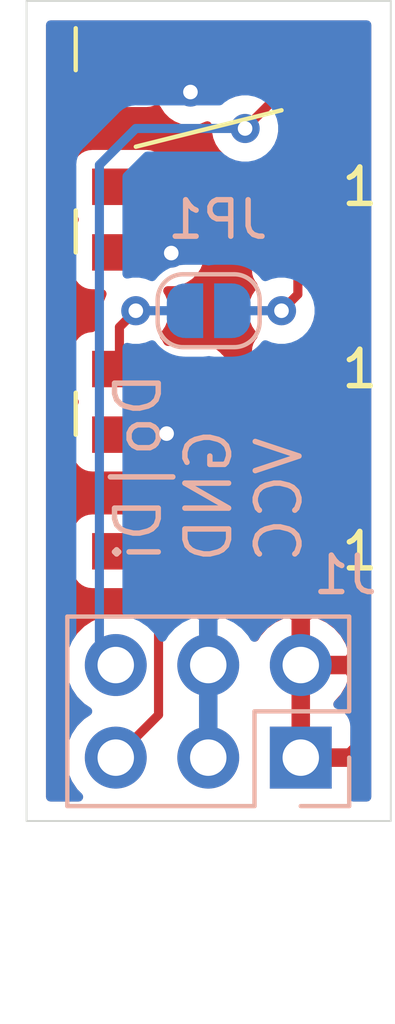
<source format=kicad_pcb>
(kicad_pcb (version 20171130) (host pcbnew 5.1.10-88a1d61d58~90~ubuntu21.04.1)

  (general
    (thickness 1.6)
    (drawings 27)
    (tracks 34)
    (zones 0)
    (modules 5)
    (nets 7)
  )

  (page A4)
  (layers
    (0 F.Cu signal)
    (31 B.Cu signal)
    (32 B.Adhes user hide)
    (33 F.Adhes user hide)
    (34 B.Paste user hide)
    (35 F.Paste user hide)
    (36 B.SilkS user hide)
    (37 F.SilkS user)
    (38 B.Mask user hide)
    (39 F.Mask user hide)
    (40 Dwgs.User user hide)
    (41 Cmts.User user hide)
    (42 Eco1.User user hide)
    (43 Eco2.User user hide)
    (44 Edge.Cuts user)
    (45 Margin user hide)
    (46 B.CrtYd user)
    (47 F.CrtYd user hide)
    (48 B.Fab user)
    (49 F.Fab user hide)
  )

  (setup
    (last_trace_width 0.25)
    (trace_clearance 0.2)
    (zone_clearance 0.508)
    (zone_45_only no)
    (trace_min 0.2)
    (via_size 0.8)
    (via_drill 0.4)
    (via_min_size 0.4)
    (via_min_drill 0.3)
    (uvia_size 0.3)
    (uvia_drill 0.1)
    (uvias_allowed no)
    (uvia_min_size 0.2)
    (uvia_min_drill 0.1)
    (edge_width 0.05)
    (segment_width 0.2)
    (pcb_text_width 0.3)
    (pcb_text_size 1.5 1.5)
    (mod_edge_width 0.12)
    (mod_text_size 1 1)
    (mod_text_width 0.15)
    (pad_size 1.524 1.524)
    (pad_drill 0.762)
    (pad_to_mask_clearance 0)
    (aux_axis_origin 0 0)
    (visible_elements FFFFFF7F)
    (pcbplotparams
      (layerselection 0x010fc_ffffffff)
      (usegerberextensions false)
      (usegerberattributes true)
      (usegerberadvancedattributes true)
      (creategerberjobfile true)
      (excludeedgelayer true)
      (linewidth 0.100000)
      (plotframeref false)
      (viasonmask false)
      (mode 1)
      (useauxorigin false)
      (hpglpennumber 1)
      (hpglpenspeed 20)
      (hpglpendiameter 15.000000)
      (psnegative false)
      (psa4output false)
      (plotreference true)
      (plotvalue true)
      (plotinvisibletext false)
      (padsonsilk false)
      (subtractmaskfromsilk false)
      (outputformat 1)
      (mirror false)
      (drillshape 1)
      (scaleselection 1)
      (outputdirectory ""))
  )

  (net 0 "")
  (net 1 VCC)
  (net 2 "Net-(D1-Pad2)")
  (net 3 /Din)
  (net 4 GND)
  (net 5 "Net-(D2-Pad2)")
  (net 6 /Dout)

  (net_class Default "This is the default net class."
    (clearance 0.2)
    (trace_width 0.25)
    (via_dia 0.8)
    (via_drill 0.4)
    (uvia_dia 0.3)
    (uvia_drill 0.1)
    (add_net /Din)
    (add_net /Dout)
    (add_net GND)
    (add_net "Net-(D1-Pad2)")
    (add_net "Net-(D2-Pad2)")
    (add_net VCC)
  )

  (module Jumper:SolderJumper-2_P1.3mm_Open_RoundedPad1.0x1.5mm (layer B.Cu) (tedit 5B391E66) (tstamp 61693296)
    (at 103 108)
    (descr "SMD Solder Jumper, 1x1.5mm, rounded Pads, 0.3mm gap, open")
    (tags "solder jumper open")
    (path /61693EE2)
    (attr virtual)
    (fp_text reference JP1 (at 0.25 -2.5) (layer B.SilkS)
      (effects (font (size 1 1) (thickness 0.15)) (justify mirror))
    )
    (fp_text value MiddleBypass (at 0 -1.9) (layer B.Fab)
      (effects (font (size 1 1) (thickness 0.15)) (justify mirror))
    )
    (fp_arc (start -0.7 0.3) (end -0.7 1) (angle 90) (layer B.SilkS) (width 0.12))
    (fp_arc (start -0.7 -0.3) (end -1.4 -0.3) (angle 90) (layer B.SilkS) (width 0.12))
    (fp_arc (start 0.7 -0.3) (end 0.7 -1) (angle 90) (layer B.SilkS) (width 0.12))
    (fp_arc (start 0.7 0.3) (end 1.4 0.3) (angle 90) (layer B.SilkS) (width 0.12))
    (fp_line (start -1.4 -0.3) (end -1.4 0.3) (layer B.SilkS) (width 0.12))
    (fp_line (start 0.7 -1) (end -0.7 -1) (layer B.SilkS) (width 0.12))
    (fp_line (start 1.4 0.3) (end 1.4 -0.3) (layer B.SilkS) (width 0.12))
    (fp_line (start -0.7 1) (end 0.7 1) (layer B.SilkS) (width 0.12))
    (fp_line (start -1.65 1.25) (end 1.65 1.25) (layer B.CrtYd) (width 0.05))
    (fp_line (start -1.65 1.25) (end -1.65 -1.25) (layer B.CrtYd) (width 0.05))
    (fp_line (start 1.65 -1.25) (end 1.65 1.25) (layer B.CrtYd) (width 0.05))
    (fp_line (start 1.65 -1.25) (end -1.65 -1.25) (layer B.CrtYd) (width 0.05))
    (pad 2 smd custom (at 0.65 0) (size 1 0.5) (layers B.Cu B.Mask)
      (net 5 "Net-(D2-Pad2)") (zone_connect 2)
      (options (clearance outline) (anchor rect))
      (primitives
        (gr_circle (center 0 -0.25) (end 0.5 -0.25) (width 0))
        (gr_circle (center 0 0.25) (end 0.5 0.25) (width 0))
        (gr_poly (pts
           (xy 0 0.75) (xy -0.5 0.75) (xy -0.5 -0.75) (xy 0 -0.75)) (width 0))
      ))
    (pad 1 smd custom (at -0.65 0) (size 1 0.5) (layers B.Cu B.Mask)
      (net 2 "Net-(D1-Pad2)") (zone_connect 2)
      (options (clearance outline) (anchor rect))
      (primitives
        (gr_circle (center 0 -0.25) (end 0.5 -0.25) (width 0))
        (gr_circle (center 0 0.25) (end 0.5 0.25) (width 0))
        (gr_poly (pts
           (xy 0 0.75) (xy 0.5 0.75) (xy 0.5 -0.75) (xy 0 -0.75)) (width 0))
      ))
  )

  (module IndicatorLeds:LED_WS2812B_PLCC4_5.0x5.0mm_P3.2mm (layer F.Cu) (tedit 6156C278) (tstamp 6156BFB9)
    (at 103 103 180)
    (descr https://cdn-shop.adafruit.com/datasheets/WS2812B.pdf)
    (tags "LED RGB NeoPixel")
    (path /6156CA4C)
    (attr smd)
    (fp_text reference D3 (at 0 -3.5) (layer F.SilkS) hide
      (effects (font (size 1 1) (thickness 0.15)))
    )
    (fp_text value WS2812B (at 0 4) (layer F.Fab)
      (effects (font (size 1 1) (thickness 0.15)))
    )
    (fp_circle (center 0 0) (end 0 -2) (layer F.Fab) (width 0.1))
    (fp_line (start 3.65 2.75) (end 3.65 1.6) (layer F.SilkS) (width 0.12))
    (fp_line (start 2.5 -2.5) (end -2.5 -2.5) (layer F.Fab) (width 0.1))
    (fp_line (start 2.5 2.5) (end 2.5 -2.5) (layer F.Fab) (width 0.1))
    (fp_line (start -2.5 2.5) (end 2.5 2.5) (layer F.Fab) (width 0.1))
    (fp_line (start -2.5 -2.5) (end -2.5 2.5) (layer F.Fab) (width 0.1))
    (fp_line (start 2.5 1.5) (end 1.5 2.5) (layer F.Fab) (width 0.1))
    (fp_line (start -3.45 -2.5) (end -3.45 2.5) (layer F.CrtYd) (width 0.05))
    (fp_line (start -3.45 2.5) (end 3.45 2.5) (layer F.CrtYd) (width 0.05))
    (fp_line (start 3.45 2.5) (end 3.45 -2.5) (layer F.CrtYd) (width 0.05))
    (fp_line (start 3.45 -2.5) (end -3.45 -2.5) (layer F.CrtYd) (width 0.05))
    (fp_text user 1 (at -4.15 -1.6) (layer F.SilkS)
      (effects (font (size 1 1) (thickness 0.15)))
    )
    (fp_text user %R (at 0 0) (layer F.Fab)
      (effects (font (size 0.8 0.8) (thickness 0.15)))
    )
    (pad 3 smd rect (at 2.45 1.6 180) (size 1.5 1) (layers F.Cu F.Paste F.Mask)
      (net 4 GND))
    (pad 4 smd rect (at 2.45 -1.6 180) (size 1.5 1) (layers F.Cu F.Paste F.Mask)
      (net 5 "Net-(D2-Pad2)"))
    (pad 2 smd rect (at -2.45 1.6 180) (size 1.5 1) (layers F.Cu F.Paste F.Mask)
      (net 6 /Dout))
    (pad 1 smd rect (at -2.45 -1.6 180) (size 1.5 1) (layers F.Cu F.Paste F.Mask)
      (net 1 VCC))
    (model ${KISYS3DMOD}/LED_SMD.3dshapes/LED_WS2812B_PLCC4_5.0x5.0mm_P3.2mm.wrl
      (at (xyz 0 0 0))
      (scale (xyz 1 1 1))
      (rotate (xyz 0 0 0))
    )
  )

  (module IndicatorLeds:LED_WS2812B_PLCC4_5.0x5.0mm_P3.2mm (layer F.Cu) (tedit 6156C278) (tstamp 6156BFA2)
    (at 103 108 180)
    (descr https://cdn-shop.adafruit.com/datasheets/WS2812B.pdf)
    (tags "LED RGB NeoPixel")
    (path /6156C522)
    (attr smd)
    (fp_text reference D2 (at 0 -3.5) (layer F.SilkS) hide
      (effects (font (size 1 1) (thickness 0.15)))
    )
    (fp_text value WS2812B (at 0 4) (layer F.Fab)
      (effects (font (size 1 1) (thickness 0.15)))
    )
    (fp_circle (center 0 0) (end 0 -2) (layer F.Fab) (width 0.1))
    (fp_line (start 3.65 2.75) (end 3.65 1.6) (layer F.SilkS) (width 0.12))
    (fp_line (start 2.5 -2.5) (end -2.5 -2.5) (layer F.Fab) (width 0.1))
    (fp_line (start 2.5 2.5) (end 2.5 -2.5) (layer F.Fab) (width 0.1))
    (fp_line (start -2.5 2.5) (end 2.5 2.5) (layer F.Fab) (width 0.1))
    (fp_line (start -2.5 -2.5) (end -2.5 2.5) (layer F.Fab) (width 0.1))
    (fp_line (start 2.5 1.5) (end 1.5 2.5) (layer F.Fab) (width 0.1))
    (fp_line (start -3.45 -2.5) (end -3.45 2.5) (layer F.CrtYd) (width 0.05))
    (fp_line (start -3.45 2.5) (end 3.45 2.5) (layer F.CrtYd) (width 0.05))
    (fp_line (start 3.45 2.5) (end 3.45 -2.5) (layer F.CrtYd) (width 0.05))
    (fp_line (start 3.45 -2.5) (end -3.45 -2.5) (layer F.CrtYd) (width 0.05))
    (fp_text user 1 (at -4.15 -1.6) (layer F.SilkS)
      (effects (font (size 1 1) (thickness 0.15)))
    )
    (fp_text user %R (at 0 0) (layer F.Fab)
      (effects (font (size 0.8 0.8) (thickness 0.15)))
    )
    (pad 3 smd rect (at 2.45 1.6 180) (size 1.5 1) (layers F.Cu F.Paste F.Mask)
      (net 4 GND))
    (pad 4 smd rect (at 2.45 -1.6 180) (size 1.5 1) (layers F.Cu F.Paste F.Mask)
      (net 2 "Net-(D1-Pad2)"))
    (pad 2 smd rect (at -2.45 1.6 180) (size 1.5 1) (layers F.Cu F.Paste F.Mask)
      (net 5 "Net-(D2-Pad2)"))
    (pad 1 smd rect (at -2.45 -1.6 180) (size 1.5 1) (layers F.Cu F.Paste F.Mask)
      (net 1 VCC))
    (model ${KISYS3DMOD}/LED_SMD.3dshapes/LED_WS2812B_PLCC4_5.0x5.0mm_P3.2mm.wrl
      (at (xyz 0 0 0))
      (scale (xyz 1 1 1))
      (rotate (xyz 0 0 0))
    )
  )

  (module IndicatorLeds:LED_WS2812B_PLCC4_5.0x5.0mm_P3.2mm (layer F.Cu) (tedit 6156C278) (tstamp 6156C27C)
    (at 103 113 180)
    (descr https://cdn-shop.adafruit.com/datasheets/WS2812B.pdf)
    (tags "LED RGB NeoPixel")
    (path /6156BDB1)
    (attr smd)
    (fp_text reference D1 (at 0 -3.5) (layer F.SilkS) hide
      (effects (font (size 1 1) (thickness 0.15)))
    )
    (fp_text value WS2812B (at 0 4) (layer F.Fab)
      (effects (font (size 1 1) (thickness 0.15)))
    )
    (fp_circle (center 0 0) (end 0 -2) (layer F.Fab) (width 0.1))
    (fp_line (start 3.65 2.75) (end 3.65 1.6) (layer F.SilkS) (width 0.12))
    (fp_line (start 2.5 -2.5) (end -2.5 -2.5) (layer F.Fab) (width 0.1))
    (fp_line (start 2.5 2.5) (end 2.5 -2.5) (layer F.Fab) (width 0.1))
    (fp_line (start -2.5 2.5) (end 2.5 2.5) (layer F.Fab) (width 0.1))
    (fp_line (start -2.5 -2.5) (end -2.5 2.5) (layer F.Fab) (width 0.1))
    (fp_line (start 2.5 1.5) (end 1.5 2.5) (layer F.Fab) (width 0.1))
    (fp_line (start -3.45 -2.5) (end -3.45 2.5) (layer F.CrtYd) (width 0.05))
    (fp_line (start -3.45 2.5) (end 3.45 2.5) (layer F.CrtYd) (width 0.05))
    (fp_line (start 3.45 2.5) (end 3.45 -2.5) (layer F.CrtYd) (width 0.05))
    (fp_line (start 3.45 -2.5) (end -3.45 -2.5) (layer F.CrtYd) (width 0.05))
    (fp_text user 1 (at -4.15 -1.6) (layer F.SilkS)
      (effects (font (size 1 1) (thickness 0.15)))
    )
    (fp_text user %R (at 0 0) (layer F.Fab)
      (effects (font (size 0.8 0.8) (thickness 0.15)))
    )
    (pad 3 smd rect (at 2.45 1.6 180) (size 1.5 1) (layers F.Cu F.Paste F.Mask)
      (net 4 GND))
    (pad 4 smd rect (at 2.45 -1.6 180) (size 1.5 1) (layers F.Cu F.Paste F.Mask)
      (net 3 /Din))
    (pad 2 smd rect (at -2.45 1.6 180) (size 1.5 1) (layers F.Cu F.Paste F.Mask)
      (net 2 "Net-(D1-Pad2)"))
    (pad 1 smd rect (at -2.45 -1.6 180) (size 1.5 1) (layers F.Cu F.Paste F.Mask)
      (net 1 VCC))
    (model ${KISYS3DMOD}/LED_SMD.3dshapes/LED_WS2812B_PLCC4_5.0x5.0mm_P3.2mm.wrl
      (at (xyz 0 0 0))
      (scale (xyz 1 1 1))
      (rotate (xyz 0 0 0))
    )
  )

  (module Connector_PinHeader_2.54mm:PinHeader_2x03_P2.54mm_Vertical (layer B.Cu) (tedit 59FED5CC) (tstamp 6156BFD5)
    (at 105.529 120.261 90)
    (descr "Through hole straight pin header, 2x03, 2.54mm pitch, double rows")
    (tags "Through hole pin header THT 2x03 2.54mm double row")
    (path /6156FBD1)
    (fp_text reference J1 (at 5.011 1.221 180) (layer B.SilkS)
      (effects (font (size 1 1) (thickness 0.15)) (justify mirror))
    )
    (fp_text value Conn_02x03_Odd_Even (at 1.27 -7.41 90) (layer B.Fab)
      (effects (font (size 1 1) (thickness 0.15)) (justify mirror))
    )
    (fp_line (start 0 1.27) (end 3.81 1.27) (layer B.Fab) (width 0.1))
    (fp_line (start 3.81 1.27) (end 3.81 -6.35) (layer B.Fab) (width 0.1))
    (fp_line (start 3.81 -6.35) (end -1.27 -6.35) (layer B.Fab) (width 0.1))
    (fp_line (start -1.27 -6.35) (end -1.27 0) (layer B.Fab) (width 0.1))
    (fp_line (start -1.27 0) (end 0 1.27) (layer B.Fab) (width 0.1))
    (fp_line (start -1.33 -6.41) (end 3.87 -6.41) (layer B.SilkS) (width 0.12))
    (fp_line (start -1.33 -1.27) (end -1.33 -6.41) (layer B.SilkS) (width 0.12))
    (fp_line (start 3.87 1.33) (end 3.87 -6.41) (layer B.SilkS) (width 0.12))
    (fp_line (start -1.33 -1.27) (end 1.27 -1.27) (layer B.SilkS) (width 0.12))
    (fp_line (start 1.27 -1.27) (end 1.27 1.33) (layer B.SilkS) (width 0.12))
    (fp_line (start 1.27 1.33) (end 3.87 1.33) (layer B.SilkS) (width 0.12))
    (fp_line (start -1.33 0) (end -1.33 1.33) (layer B.SilkS) (width 0.12))
    (fp_line (start -1.33 1.33) (end 0 1.33) (layer B.SilkS) (width 0.12))
    (fp_line (start -1.8 1.8) (end -1.8 -6.85) (layer B.CrtYd) (width 0.05))
    (fp_line (start -1.8 -6.85) (end 4.35 -6.85) (layer B.CrtYd) (width 0.05))
    (fp_line (start 4.35 -6.85) (end 4.35 1.8) (layer B.CrtYd) (width 0.05))
    (fp_line (start 4.35 1.8) (end -1.8 1.8) (layer B.CrtYd) (width 0.05))
    (fp_text user %R (at 1.27 -2.54 180) (layer B.Fab)
      (effects (font (size 1 1) (thickness 0.15)) (justify mirror))
    )
    (pad 6 thru_hole oval (at 2.54 -5.08 90) (size 1.7 1.7) (drill 1) (layers *.Cu *.Mask)
      (net 6 /Dout))
    (pad 5 thru_hole oval (at 0 -5.08 90) (size 1.7 1.7) (drill 1) (layers *.Cu *.Mask)
      (net 3 /Din))
    (pad 4 thru_hole oval (at 2.54 -2.54 90) (size 1.7 1.7) (drill 1) (layers *.Cu *.Mask)
      (net 4 GND))
    (pad 3 thru_hole oval (at 0 -2.54 90) (size 1.7 1.7) (drill 1) (layers *.Cu *.Mask)
      (net 4 GND))
    (pad 2 thru_hole oval (at 2.54 0 90) (size 1.7 1.7) (drill 1) (layers *.Cu *.Mask)
      (net 1 VCC))
    (pad 1 thru_hole rect (at 0 0 90) (size 1.7 1.7) (drill 1) (layers *.Cu *.Mask)
      (net 1 VCC))
    (model ${KISYS3DMOD}/Connector_PinHeader_2.54mm.3dshapes/PinHeader_2x03_P2.54mm_Vertical.wrl
      (at (xyz 0 0 0))
      (scale (xyz 1 1 1))
      (rotate (xyz 0 0 0))
    )
  )

  (gr_line (start 100 113) (end 100 103) (layer Eco2.User) (width 0.15) (tstamp 6164225B))
  (gr_line (start 106 103) (end 106 113) (layer Eco2.User) (width 0.15) (tstamp 61642258))
  (gr_arc (start 103 113) (end 100 113) (angle -180) (layer Eco2.User) (width 0.15))
  (gr_arc (start 103 103) (end 106 103) (angle -180) (layer Eco2.User) (width 0.15))
  (dimension 5 (width 0.15) (layer Dwgs.User)
    (gr_text "5,000 mm" (at 100.5 127.3) (layer Dwgs.User)
      (effects (font (size 1 1) (thickness 0.15)))
    )
    (feature1 (pts (xy 98 122) (xy 98 126.586421)))
    (feature2 (pts (xy 103 122) (xy 103 126.586421)))
    (crossbar (pts (xy 103 126) (xy 98 126)))
    (arrow1a (pts (xy 98 126) (xy 99.126504 125.413579)))
    (arrow1b (pts (xy 98 126) (xy 99.126504 126.586421)))
    (arrow2a (pts (xy 103 126) (xy 101.873496 125.413579)))
    (arrow2b (pts (xy 103 126) (xy 101.873496 126.586421)))
  )
  (dimension 14 (width 0.15) (layer Dwgs.User)
    (gr_text "14,000 mm" (at 90.7 115 270) (layer Dwgs.User)
      (effects (font (size 1 1) (thickness 0.15)))
    )
    (feature1 (pts (xy 98 122) (xy 91.413579 122)))
    (feature2 (pts (xy 98 108) (xy 91.413579 108)))
    (crossbar (pts (xy 92 108) (xy 92 122)))
    (arrow1a (pts (xy 92 122) (xy 91.413579 120.873496)))
    (arrow1b (pts (xy 92 122) (xy 92.586421 120.873496)))
    (arrow2a (pts (xy 92 108) (xy 91.413579 109.126504)))
    (arrow2b (pts (xy 92 108) (xy 92.586421 109.126504)))
  )
  (dimension 22.5 (width 0.15) (layer Dwgs.User)
    (gr_text "22,500 mm" (at 113.3 110.75 270) (layer Dwgs.User)
      (effects (font (size 1 1) (thickness 0.15)))
    )
    (feature1 (pts (xy 108 122) (xy 112.586421 122)))
    (feature2 (pts (xy 108 99.5) (xy 112.586421 99.5)))
    (crossbar (pts (xy 112 99.5) (xy 112 122)))
    (arrow1a (pts (xy 112 122) (xy 111.413579 120.873496)))
    (arrow1b (pts (xy 112 122) (xy 112.586421 120.873496)))
    (arrow2a (pts (xy 112 99.5) (xy 111.413579 100.626504)))
    (arrow2b (pts (xy 112 99.5) (xy 112.586421 100.626504)))
  )
  (dimension 10 (width 0.15) (layer Dwgs.User)
    (gr_text "10,000 mm" (at 103 96.2) (layer Dwgs.User)
      (effects (font (size 1 1) (thickness 0.15)))
    )
    (feature1 (pts (xy 108 99.5) (xy 108 96.913579)))
    (feature2 (pts (xy 98 99.5) (xy 98 96.913579)))
    (crossbar (pts (xy 98 97.5) (xy 108 97.5)))
    (arrow1a (pts (xy 108 97.5) (xy 106.873496 98.086421)))
    (arrow1b (pts (xy 108 97.5) (xy 106.873496 96.913579)))
    (arrow2a (pts (xy 98 97.5) (xy 99.126504 98.086421)))
    (arrow2b (pts (xy 98 97.5) (xy 99.126504 96.913579)))
  )
  (gr_text "Do|Di\nGND\nVCC" (at 103 115 90) (layer B.SilkS)
    (effects (font (size 1.2 1.2) (thickness 0.15)) (justify right mirror))
  )
  (gr_line (start 101 103.5) (end 105 102.5) (layer F.SilkS) (width 0.12))
  (gr_line (start 98 122) (end 108 122) (layer Edge.Cuts) (width 0.05) (tstamp 6156C44F))
  (gr_line (start 98 99.5) (end 98 122) (layer Edge.Cuts) (width 0.05))
  (gr_line (start 108 99.5) (end 98 99.5) (layer Edge.Cuts) (width 0.05))
  (gr_line (start 108 122) (end 108 99.5) (layer Edge.Cuts) (width 0.05))
  (gr_circle (center 103 113) (end 104.5 113) (layer Dwgs.User) (width 0.15))
  (gr_circle (center 103 108) (end 104.5 108) (layer Dwgs.User) (width 0.15))
  (gr_circle (center 103 103) (end 104.5 103) (layer Dwgs.User) (width 0.15))
  (gr_line (start 100.5 113) (end 105.5 113) (layer Eco1.User) (width 0.15))
  (gr_line (start 105.5 108) (end 100.5 108) (layer Eco1.User) (width 0.15))
  (gr_line (start 105.5 103) (end 100.5 103) (layer Eco1.User) (width 0.15))
  (gr_line (start 100.5 105.5) (end 105.5 105.5) (layer Eco1.User) (width 0.15))
  (gr_line (start 105.5 110.5) (end 100.5 110.5) (layer Eco1.User) (width 0.15))
  (gr_line (start 103 100.5) (end 103 115.5) (layer Eco1.User) (width 0.15))
  (gr_line (start 100.5 115.5) (end 100.5 100.5) (layer Eco1.User) (width 0.15) (tstamp 6156BB0A))
  (gr_line (start 105.5 115.5) (end 100.5 115.5) (layer Eco1.User) (width 0.15))
  (gr_line (start 105.5 100.5) (end 105.5 115.5) (layer Eco1.User) (width 0.15))
  (gr_line (start 100.5 100.5) (end 105.5 100.5) (layer Eco1.User) (width 0.15))

  (segment (start 105.45 111.4) (end 104.669 111.4) (width 0.25) (layer F.Cu) (net 2))
  (segment (start 102.869 109.6) (end 100.55 109.6) (width 0.25) (layer F.Cu) (net 2))
  (segment (start 104.669 111.4) (end 102.869 109.6) (width 0.25) (layer F.Cu) (net 2))
  (via (at 100.999992 108) (size 0.8) (drill 0.4) (layers F.Cu B.Cu) (net 2))
  (segment (start 102.35 108) (end 100.999992 108) (width 0.25) (layer B.Cu) (net 2))
  (segment (start 100.55 108.449992) (end 100.999992 108) (width 0.25) (layer F.Cu) (net 2))
  (segment (start 100.55 109.6) (end 100.55 108.449992) (width 0.25) (layer F.Cu) (net 2))
  (segment (start 100.55 114.6) (end 101.1 114.6) (width 0.25) (layer F.Cu) (net 3))
  (segment (start 101.624001 119.085999) (end 100.449 120.261) (width 0.25) (layer F.Cu) (net 3))
  (segment (start 101.624001 115.124001) (end 101.624001 119.085999) (width 0.25) (layer F.Cu) (net 3))
  (segment (start 101.1 114.6) (end 101.624001 115.124001) (width 0.25) (layer F.Cu) (net 3))
  (via (at 101.846 111.371) (size 0.8) (drill 0.4) (layers F.Cu B.Cu) (net 4))
  (segment (start 101.817 111.4) (end 101.846 111.371) (width 0.25) (layer F.Cu) (net 4))
  (segment (start 100.55 111.4) (end 101.817 111.4) (width 0.25) (layer F.Cu) (net 4))
  (via (at 102.5 102.000016) (size 0.8) (drill 0.4) (layers F.Cu B.Cu) (net 4))
  (segment (start 100.55 101.4) (end 101.899984 101.4) (width 0.25) (layer F.Cu) (net 4))
  (segment (start 101.899984 101.4) (end 102.5 102.000016) (width 0.25) (layer F.Cu) (net 4))
  (via (at 101.973 106.418) (size 0.8) (drill 0.4) (layers F.Cu B.Cu) (net 4))
  (segment (start 100.55 106.4) (end 101.955 106.4) (width 0.25) (layer F.Cu) (net 4))
  (segment (start 101.955 106.4) (end 101.973 106.418) (width 0.25) (layer F.Cu) (net 4))
  (segment (start 105.45 106.4) (end 104.876 106.4) (width 0.25) (layer F.Cu) (net 5))
  (segment (start 104.876 106.4) (end 103.076 104.6) (width 0.25) (layer F.Cu) (net 5))
  (segment (start 103.076 104.6) (end 100.55 104.6) (width 0.25) (layer F.Cu) (net 5))
  (segment (start 105.45 107.55) (end 105 108) (width 0.25) (layer F.Cu) (net 5))
  (segment (start 105.45 106.4) (end 105.45 107.55) (width 0.25) (layer F.Cu) (net 5))
  (segment (start 103.65 108) (end 105 108) (width 0.25) (layer B.Cu) (net 5))
  (via (at 105 108) (size 0.8) (drill 0.4) (layers F.Cu B.Cu) (net 5))
  (via (at 104 103) (size 0.8) (drill 0.4) (layers F.Cu B.Cu) (net 6))
  (segment (start 105.45 101.55) (end 104 103) (width 0.25) (layer F.Cu) (net 6))
  (segment (start 105.45 101.4) (end 105.45 101.55) (width 0.25) (layer F.Cu) (net 6))
  (segment (start 101 103) (end 104 103) (width 0.25) (layer B.Cu) (net 6))
  (segment (start 100 104) (end 101 103) (width 0.25) (layer B.Cu) (net 6))
  (segment (start 100 117.272) (end 100 104) (width 0.25) (layer B.Cu) (net 6))
  (segment (start 100.449 117.721) (end 100 117.272) (width 0.25) (layer B.Cu) (net 6))

  (zone (net 1) (net_name VCC) (layer F.Cu) (tstamp 61572504) (hatch edge 0.508)
    (connect_pads (clearance 0.508))
    (min_thickness 0.254)
    (fill yes (arc_segments 32) (thermal_gap 0.508) (thermal_bridge_width 0.508))
    (polygon
      (pts
        (xy 108 122) (xy 98 122) (xy 98 99.5) (xy 108 99.5)
      )
    )
    (filled_polygon
      (pts
        (xy 107.34 121.34) (xy 106.973107 121.34) (xy 107.004812 121.235482) (xy 107.017072 121.111) (xy 107.014 120.54675)
        (xy 106.85525 120.388) (xy 105.656 120.388) (xy 105.656 120.408) (xy 105.402 120.408) (xy 105.402 120.388)
        (xy 105.382 120.388) (xy 105.382 120.134) (xy 105.402 120.134) (xy 105.402 117.848) (xy 105.656 117.848)
        (xy 105.656 120.134) (xy 106.85525 120.134) (xy 107.014 119.97525) (xy 107.017072 119.411) (xy 107.004812 119.286518)
        (xy 106.968502 119.16682) (xy 106.909537 119.056506) (xy 106.830185 118.959815) (xy 106.733494 118.880463) (xy 106.62318 118.821498)
        (xy 106.547374 118.798502) (xy 106.724178 118.602355) (xy 106.873157 118.352252) (xy 106.970481 118.077891) (xy 106.849814 117.848)
        (xy 105.656 117.848) (xy 105.402 117.848) (xy 105.382 117.848) (xy 105.382 117.594) (xy 105.402 117.594)
        (xy 105.402 116.400845) (xy 105.656 116.400845) (xy 105.656 117.594) (xy 106.849814 117.594) (xy 106.970481 117.364109)
        (xy 106.873157 117.089748) (xy 106.724178 116.839645) (xy 106.529269 116.623412) (xy 106.29592 116.449359) (xy 106.033099 116.324175)
        (xy 105.88589 116.279524) (xy 105.656 116.400845) (xy 105.402 116.400845) (xy 105.17211 116.279524) (xy 105.024901 116.324175)
        (xy 104.76208 116.449359) (xy 104.528731 116.623412) (xy 104.333822 116.839645) (xy 104.264195 116.956534) (xy 104.142475 116.774368)
        (xy 103.935632 116.567525) (xy 103.692411 116.40501) (xy 103.422158 116.293068) (xy 103.13526 116.236) (xy 102.84274 116.236)
        (xy 102.555842 116.293068) (xy 102.384001 116.364247) (xy 102.384001 115.161323) (xy 102.387677 115.124) (xy 102.385314 115.1)
        (xy 104.061928 115.1) (xy 104.074188 115.224482) (xy 104.110498 115.34418) (xy 104.169463 115.454494) (xy 104.248815 115.551185)
        (xy 104.345506 115.630537) (xy 104.45582 115.689502) (xy 104.575518 115.725812) (xy 104.7 115.738072) (xy 105.16425 115.735)
        (xy 105.323 115.57625) (xy 105.323 114.727) (xy 105.577 114.727) (xy 105.577 115.57625) (xy 105.73575 115.735)
        (xy 106.2 115.738072) (xy 106.324482 115.725812) (xy 106.44418 115.689502) (xy 106.554494 115.630537) (xy 106.651185 115.551185)
        (xy 106.730537 115.454494) (xy 106.789502 115.34418) (xy 106.825812 115.224482) (xy 106.838072 115.1) (xy 106.835 114.88575)
        (xy 106.67625 114.727) (xy 105.577 114.727) (xy 105.323 114.727) (xy 104.22375 114.727) (xy 104.065 114.88575)
        (xy 104.061928 115.1) (xy 102.385314 115.1) (xy 102.384001 115.086677) (xy 102.384001 115.086668) (xy 102.373004 114.975015)
        (xy 102.329547 114.831754) (xy 102.258975 114.699725) (xy 102.164002 114.584) (xy 102.135004 114.560203) (xy 101.938072 114.36327)
        (xy 101.938072 114.1) (xy 104.061928 114.1) (xy 104.065 114.31425) (xy 104.22375 114.473) (xy 105.323 114.473)
        (xy 105.323 113.62375) (xy 105.577 113.62375) (xy 105.577 114.473) (xy 106.67625 114.473) (xy 106.835 114.31425)
        (xy 106.838072 114.1) (xy 106.825812 113.975518) (xy 106.789502 113.85582) (xy 106.730537 113.745506) (xy 106.651185 113.648815)
        (xy 106.554494 113.569463) (xy 106.44418 113.510498) (xy 106.324482 113.474188) (xy 106.2 113.461928) (xy 105.73575 113.465)
        (xy 105.577 113.62375) (xy 105.323 113.62375) (xy 105.16425 113.465) (xy 104.7 113.461928) (xy 104.575518 113.474188)
        (xy 104.45582 113.510498) (xy 104.345506 113.569463) (xy 104.248815 113.648815) (xy 104.169463 113.745506) (xy 104.110498 113.85582)
        (xy 104.074188 113.975518) (xy 104.061928 114.1) (xy 101.938072 114.1) (xy 101.925812 113.975518) (xy 101.889502 113.85582)
        (xy 101.830537 113.745506) (xy 101.751185 113.648815) (xy 101.654494 113.569463) (xy 101.54418 113.510498) (xy 101.424482 113.474188)
        (xy 101.3 113.461928) (xy 99.8 113.461928) (xy 99.675518 113.474188) (xy 99.55582 113.510498) (xy 99.445506 113.569463)
        (xy 99.348815 113.648815) (xy 99.269463 113.745506) (xy 99.210498 113.85582) (xy 99.174188 113.975518) (xy 99.161928 114.1)
        (xy 99.161928 115.1) (xy 99.174188 115.224482) (xy 99.210498 115.34418) (xy 99.269463 115.454494) (xy 99.348815 115.551185)
        (xy 99.445506 115.630537) (xy 99.55582 115.689502) (xy 99.675518 115.725812) (xy 99.8 115.738072) (xy 100.864001 115.738072)
        (xy 100.864001 116.289456) (xy 100.59526 116.236) (xy 100.30274 116.236) (xy 100.015842 116.293068) (xy 99.745589 116.40501)
        (xy 99.502368 116.567525) (xy 99.295525 116.774368) (xy 99.13301 117.017589) (xy 99.021068 117.287842) (xy 98.964 117.57474)
        (xy 98.964 117.86726) (xy 99.021068 118.154158) (xy 99.13301 118.424411) (xy 99.295525 118.667632) (xy 99.502368 118.874475)
        (xy 99.67676 118.991) (xy 99.502368 119.107525) (xy 99.295525 119.314368) (xy 99.13301 119.557589) (xy 99.021068 119.827842)
        (xy 98.964 120.11474) (xy 98.964 120.40726) (xy 99.021068 120.694158) (xy 99.13301 120.964411) (xy 99.295525 121.207632)
        (xy 99.427893 121.34) (xy 98.66 121.34) (xy 98.66 100.9) (xy 99.161928 100.9) (xy 99.161928 101.9)
        (xy 99.174188 102.024482) (xy 99.210498 102.14418) (xy 99.269463 102.254494) (xy 99.348815 102.351185) (xy 99.445506 102.430537)
        (xy 99.55582 102.489502) (xy 99.675518 102.525812) (xy 99.8 102.538072) (xy 101.3 102.538072) (xy 101.424482 102.525812)
        (xy 101.54418 102.489502) (xy 101.575534 102.472743) (xy 101.582795 102.490272) (xy 101.696063 102.65979) (xy 101.840226 102.803953)
        (xy 102.009744 102.917221) (xy 102.198102 102.995242) (xy 102.398061 103.035016) (xy 102.601939 103.035016) (xy 102.801898 102.995242)
        (xy 102.965 102.927682) (xy 102.965 103.101939) (xy 103.004774 103.301898) (xy 103.082795 103.490256) (xy 103.196063 103.659774)
        (xy 103.340226 103.803937) (xy 103.509744 103.917205) (xy 103.698102 103.995226) (xy 103.898061 104.035) (xy 104.06833 104.035)
        (xy 104.061928 104.1) (xy 104.065 104.31425) (xy 104.223748 104.472998) (xy 104.065 104.472998) (xy 104.065 104.514198)
        (xy 103.639803 104.089002) (xy 103.616001 104.059999) (xy 103.500276 103.965026) (xy 103.368247 103.894454) (xy 103.224986 103.850997)
        (xy 103.113333 103.84) (xy 103.113322 103.84) (xy 103.076 103.836324) (xy 103.038678 103.84) (xy 101.881046 103.84)
        (xy 101.830537 103.745506) (xy 101.751185 103.648815) (xy 101.654494 103.569463) (xy 101.54418 103.510498) (xy 101.424482 103.474188)
        (xy 101.3 103.461928) (xy 99.8 103.461928) (xy 99.675518 103.474188) (xy 99.55582 103.510498) (xy 99.445506 103.569463)
        (xy 99.348815 103.648815) (xy 99.269463 103.745506) (xy 99.210498 103.85582) (xy 99.174188 103.975518) (xy 99.161928 104.1)
        (xy 99.161928 105.1) (xy 99.174188 105.224482) (xy 99.210498 105.34418) (xy 99.269463 105.454494) (xy 99.306809 105.5)
        (xy 99.269463 105.545506) (xy 99.210498 105.65582) (xy 99.174188 105.775518) (xy 99.161928 105.9) (xy 99.161928 106.9)
        (xy 99.174188 107.024482) (xy 99.210498 107.14418) (xy 99.269463 107.254494) (xy 99.348815 107.351185) (xy 99.445506 107.430537)
        (xy 99.55582 107.489502) (xy 99.675518 107.525812) (xy 99.8 107.538072) (xy 100.071053 107.538072) (xy 100.004766 107.698102)
        (xy 99.964992 107.898061) (xy 99.964992 107.964833) (xy 99.915026 108.025716) (xy 99.844454 108.157746) (xy 99.836195 108.184974)
        (xy 99.803656 108.292246) (xy 99.800998 108.301007) (xy 99.786324 108.449992) (xy 99.78762 108.463147) (xy 99.675518 108.474188)
        (xy 99.55582 108.510498) (xy 99.445506 108.569463) (xy 99.348815 108.648815) (xy 99.269463 108.745506) (xy 99.210498 108.85582)
        (xy 99.174188 108.975518) (xy 99.161928 109.1) (xy 99.161928 110.1) (xy 99.174188 110.224482) (xy 99.210498 110.34418)
        (xy 99.269463 110.454494) (xy 99.306809 110.5) (xy 99.269463 110.545506) (xy 99.210498 110.65582) (xy 99.174188 110.775518)
        (xy 99.161928 110.9) (xy 99.161928 111.9) (xy 99.174188 112.024482) (xy 99.210498 112.14418) (xy 99.269463 112.254494)
        (xy 99.348815 112.351185) (xy 99.445506 112.430537) (xy 99.55582 112.489502) (xy 99.675518 112.525812) (xy 99.8 112.538072)
        (xy 101.3 112.538072) (xy 101.424482 112.525812) (xy 101.54418 112.489502) (xy 101.654494 112.430537) (xy 101.696033 112.396447)
        (xy 101.744061 112.406) (xy 101.947939 112.406) (xy 102.147898 112.366226) (xy 102.336256 112.288205) (xy 102.505774 112.174937)
        (xy 102.649937 112.030774) (xy 102.763205 111.861256) (xy 102.841226 111.672898) (xy 102.881 111.472939) (xy 102.881 111.269061)
        (xy 102.841226 111.069102) (xy 102.763205 110.880744) (xy 102.649937 110.711226) (xy 102.505774 110.567063) (xy 102.336256 110.453795)
        (xy 102.147898 110.375774) (xy 102.068596 110.36) (xy 102.554199 110.36) (xy 104.061928 111.867731) (xy 104.061928 111.9)
        (xy 104.074188 112.024482) (xy 104.110498 112.14418) (xy 104.169463 112.254494) (xy 104.248815 112.351185) (xy 104.345506 112.430537)
        (xy 104.45582 112.489502) (xy 104.575518 112.525812) (xy 104.7 112.538072) (xy 106.2 112.538072) (xy 106.324482 112.525812)
        (xy 106.44418 112.489502) (xy 106.554494 112.430537) (xy 106.651185 112.351185) (xy 106.730537 112.254494) (xy 106.789502 112.14418)
        (xy 106.825812 112.024482) (xy 106.838072 111.9) (xy 106.838072 110.9) (xy 106.825812 110.775518) (xy 106.789502 110.65582)
        (xy 106.730537 110.545506) (xy 106.693191 110.5) (xy 106.730537 110.454494) (xy 106.789502 110.34418) (xy 106.825812 110.224482)
        (xy 106.838072 110.1) (xy 106.835 109.88575) (xy 106.67625 109.727) (xy 105.577 109.727) (xy 105.577 109.747)
        (xy 105.323 109.747) (xy 105.323 109.727) (xy 104.22375 109.727) (xy 104.147276 109.803474) (xy 103.432803 109.089002)
        (xy 103.409001 109.059999) (xy 103.293276 108.965026) (xy 103.161247 108.894454) (xy 103.017986 108.850997) (xy 102.906333 108.84)
        (xy 102.906322 108.84) (xy 102.869 108.836324) (xy 102.831678 108.84) (xy 101.881046 108.84) (xy 101.830537 108.745506)
        (xy 101.779899 108.683804) (xy 101.803929 108.659774) (xy 101.917197 108.490256) (xy 101.995218 108.301898) (xy 102.034992 108.101939)
        (xy 102.034992 107.898061) (xy 101.995218 107.698102) (xy 101.917197 107.509744) (xy 101.879282 107.453) (xy 102.074939 107.453)
        (xy 102.274898 107.413226) (xy 102.463256 107.335205) (xy 102.632774 107.221937) (xy 102.776937 107.077774) (xy 102.890205 106.908256)
        (xy 102.968226 106.719898) (xy 103.008 106.519939) (xy 103.008 106.316061) (xy 102.968226 106.116102) (xy 102.890205 105.927744)
        (xy 102.776937 105.758226) (xy 102.632774 105.614063) (xy 102.463256 105.500795) (xy 102.274898 105.422774) (xy 102.074939 105.383)
        (xy 101.871061 105.383) (xy 101.868477 105.383514) (xy 101.881046 105.36) (xy 102.761199 105.36) (xy 104.061928 106.660731)
        (xy 104.061928 106.9) (xy 104.074188 107.024482) (xy 104.110498 107.14418) (xy 104.169463 107.254494) (xy 104.220097 107.316192)
        (xy 104.196063 107.340226) (xy 104.082795 107.509744) (xy 104.004774 107.698102) (xy 103.965 107.898061) (xy 103.965 108.101939)
        (xy 104.004774 108.301898) (xy 104.082795 108.490256) (xy 104.196063 108.659774) (xy 104.220097 108.683808) (xy 104.169463 108.745506)
        (xy 104.110498 108.85582) (xy 104.074188 108.975518) (xy 104.061928 109.1) (xy 104.065 109.31425) (xy 104.22375 109.473)
        (xy 105.323 109.473) (xy 105.323 109.453) (xy 105.577 109.453) (xy 105.577 109.473) (xy 106.67625 109.473)
        (xy 106.835 109.31425) (xy 106.838072 109.1) (xy 106.825812 108.975518) (xy 106.789502 108.85582) (xy 106.730537 108.745506)
        (xy 106.651185 108.648815) (xy 106.554494 108.569463) (xy 106.44418 108.510498) (xy 106.324482 108.474188) (xy 106.2 108.461928)
        (xy 105.928194 108.463727) (xy 105.995226 108.301898) (xy 106.035 108.101939) (xy 106.035 108.03517) (xy 106.063863 108)
        (xy 106.084974 107.974277) (xy 106.155546 107.842247) (xy 106.198395 107.700989) (xy 106.199003 107.698986) (xy 106.21 107.587333)
        (xy 106.21 107.587324) (xy 106.213676 107.550001) (xy 106.212381 107.536853) (xy 106.324482 107.525812) (xy 106.44418 107.489502)
        (xy 106.554494 107.430537) (xy 106.651185 107.351185) (xy 106.730537 107.254494) (xy 106.789502 107.14418) (xy 106.825812 107.024482)
        (xy 106.838072 106.9) (xy 106.838072 105.9) (xy 106.825812 105.775518) (xy 106.789502 105.65582) (xy 106.730537 105.545506)
        (xy 106.693191 105.5) (xy 106.730537 105.454494) (xy 106.789502 105.34418) (xy 106.825812 105.224482) (xy 106.838072 105.1)
        (xy 106.835 104.88575) (xy 106.67625 104.727) (xy 105.577 104.727) (xy 105.577 104.747) (xy 105.323 104.747)
        (xy 105.323 104.727) (xy 105.303 104.727) (xy 105.303 104.473) (xy 105.323 104.473) (xy 105.323 103.62375)
        (xy 105.577 103.62375) (xy 105.577 104.473) (xy 106.67625 104.473) (xy 106.835 104.31425) (xy 106.838072 104.1)
        (xy 106.825812 103.975518) (xy 106.789502 103.85582) (xy 106.730537 103.745506) (xy 106.651185 103.648815) (xy 106.554494 103.569463)
        (xy 106.44418 103.510498) (xy 106.324482 103.474188) (xy 106.2 103.461928) (xy 105.73575 103.465) (xy 105.577 103.62375)
        (xy 105.323 103.62375) (xy 105.16425 103.465) (xy 104.928313 103.463439) (xy 104.995226 103.301898) (xy 105.035 103.101939)
        (xy 105.035 103.039801) (xy 105.53673 102.538072) (xy 106.2 102.538072) (xy 106.324482 102.525812) (xy 106.44418 102.489502)
        (xy 106.554494 102.430537) (xy 106.651185 102.351185) (xy 106.730537 102.254494) (xy 106.789502 102.14418) (xy 106.825812 102.024482)
        (xy 106.838072 101.9) (xy 106.838072 100.9) (xy 106.825812 100.775518) (xy 106.789502 100.65582) (xy 106.730537 100.545506)
        (xy 106.651185 100.448815) (xy 106.554494 100.369463) (xy 106.44418 100.310498) (xy 106.324482 100.274188) (xy 106.2 100.261928)
        (xy 104.7 100.261928) (xy 104.575518 100.274188) (xy 104.45582 100.310498) (xy 104.345506 100.369463) (xy 104.248815 100.448815)
        (xy 104.169463 100.545506) (xy 104.110498 100.65582) (xy 104.074188 100.775518) (xy 104.061928 100.9) (xy 104.061928 101.863271)
        (xy 103.960199 101.965) (xy 103.898061 101.965) (xy 103.698102 102.004774) (xy 103.535 102.072334) (xy 103.535 101.898077)
        (xy 103.495226 101.698118) (xy 103.417205 101.50976) (xy 103.303937 101.340242) (xy 103.159774 101.196079) (xy 102.990256 101.082811)
        (xy 102.801898 101.00479) (xy 102.601939 100.965016) (xy 102.539801 100.965016) (xy 102.463787 100.889002) (xy 102.439985 100.859999)
        (xy 102.32426 100.765026) (xy 102.192231 100.694454) (xy 102.04897 100.650997) (xy 101.937317 100.64) (xy 101.937306 100.64)
        (xy 101.899984 100.636324) (xy 101.880126 100.63828) (xy 101.830537 100.545506) (xy 101.751185 100.448815) (xy 101.654494 100.369463)
        (xy 101.54418 100.310498) (xy 101.424482 100.274188) (xy 101.3 100.261928) (xy 99.8 100.261928) (xy 99.675518 100.274188)
        (xy 99.55582 100.310498) (xy 99.445506 100.369463) (xy 99.348815 100.448815) (xy 99.269463 100.545506) (xy 99.210498 100.65582)
        (xy 99.174188 100.775518) (xy 99.161928 100.9) (xy 98.66 100.9) (xy 98.66 100.16) (xy 107.340001 100.16)
      )
    )
  )
  (zone (net 4) (net_name GND) (layer B.Cu) (tstamp 61572501) (hatch edge 0.508)
    (connect_pads (clearance 0.508))
    (min_thickness 0.254)
    (fill yes (arc_segments 32) (thermal_gap 0.508) (thermal_bridge_width 0.508))
    (polygon
      (pts
        (xy 108 122) (xy 98 122) (xy 98 99.5) (xy 108 99.5)
      )
    )
    (filled_polygon
      (pts
        (xy 107.34 121.34) (xy 106.973107 121.34) (xy 107.004812 121.235482) (xy 107.017072 121.111) (xy 107.017072 119.411)
        (xy 107.004812 119.286518) (xy 106.968502 119.16682) (xy 106.909537 119.056506) (xy 106.830185 118.959815) (xy 106.733494 118.880463)
        (xy 106.62318 118.821498) (xy 106.55062 118.799487) (xy 106.682475 118.667632) (xy 106.84499 118.424411) (xy 106.956932 118.154158)
        (xy 107.014 117.86726) (xy 107.014 117.57474) (xy 106.956932 117.287842) (xy 106.84499 117.017589) (xy 106.682475 116.774368)
        (xy 106.475632 116.567525) (xy 106.232411 116.40501) (xy 105.962158 116.293068) (xy 105.67526 116.236) (xy 105.38274 116.236)
        (xy 105.095842 116.293068) (xy 104.825589 116.40501) (xy 104.582368 116.567525) (xy 104.375525 116.774368) (xy 104.253805 116.956534)
        (xy 104.184178 116.839645) (xy 103.989269 116.623412) (xy 103.75592 116.449359) (xy 103.493099 116.324175) (xy 103.34589 116.279524)
        (xy 103.116 116.400845) (xy 103.116 117.594) (xy 103.136 117.594) (xy 103.136 117.848) (xy 103.116 117.848)
        (xy 103.116 120.134) (xy 103.136 120.134) (xy 103.136 120.388) (xy 103.116 120.388) (xy 103.116 120.408)
        (xy 102.862 120.408) (xy 102.862 120.388) (xy 102.842 120.388) (xy 102.842 120.134) (xy 102.862 120.134)
        (xy 102.862 117.848) (xy 102.842 117.848) (xy 102.842 117.594) (xy 102.862 117.594) (xy 102.862 116.400845)
        (xy 102.63211 116.279524) (xy 102.484901 116.324175) (xy 102.22208 116.449359) (xy 101.988731 116.623412) (xy 101.793822 116.839645)
        (xy 101.724195 116.956534) (xy 101.602475 116.774368) (xy 101.395632 116.567525) (xy 101.152411 116.40501) (xy 100.882158 116.293068)
        (xy 100.76 116.268769) (xy 100.76 109.00754) (xy 100.898053 109.035) (xy 101.101931 109.035) (xy 101.30189 108.995226)
        (xy 101.444745 108.936053) (xy 101.51231 109.018382) (xy 101.581618 109.08769) (xy 101.678309 109.167042) (xy 101.759808 109.221498)
        (xy 101.870125 109.280464) (xy 101.960681 109.317973) (xy 102.080377 109.354282) (xy 102.17651 109.373404) (xy 102.300991 109.385664)
        (xy 102.32555 109.385664) (xy 102.35 109.388072) (xy 102.85 109.388072) (xy 102.974482 109.375812) (xy 103 109.368071)
        (xy 103.025518 109.375812) (xy 103.15 109.388072) (xy 103.65 109.388072) (xy 103.67445 109.385664) (xy 103.699009 109.385664)
        (xy 103.82349 109.373404) (xy 103.919623 109.354282) (xy 104.039319 109.317973) (xy 104.129875 109.280464) (xy 104.240192 109.221498)
        (xy 104.321691 109.167042) (xy 104.418382 109.08769) (xy 104.48769 109.018382) (xy 104.555253 108.936056) (xy 104.698102 108.995226)
        (xy 104.898061 109.035) (xy 105.101939 109.035) (xy 105.301898 108.995226) (xy 105.490256 108.917205) (xy 105.659774 108.803937)
        (xy 105.803937 108.659774) (xy 105.917205 108.490256) (xy 105.995226 108.301898) (xy 106.035 108.101939) (xy 106.035 107.898061)
        (xy 105.995226 107.698102) (xy 105.917205 107.509744) (xy 105.803937 107.340226) (xy 105.659774 107.196063) (xy 105.490256 107.082795)
        (xy 105.301898 107.004774) (xy 105.101939 106.965) (xy 104.898061 106.965) (xy 104.698102 107.004774) (xy 104.555253 107.063944)
        (xy 104.48769 106.981618) (xy 104.418382 106.91231) (xy 104.321691 106.832958) (xy 104.240192 106.778502) (xy 104.129875 106.719536)
        (xy 104.039319 106.682027) (xy 103.919623 106.645718) (xy 103.82349 106.626596) (xy 103.699009 106.614336) (xy 103.67445 106.614336)
        (xy 103.65 106.611928) (xy 103.15 106.611928) (xy 103.025518 106.624188) (xy 103 106.631929) (xy 102.974482 106.624188)
        (xy 102.85 106.611928) (xy 102.35 106.611928) (xy 102.32555 106.614336) (xy 102.300991 106.614336) (xy 102.17651 106.626596)
        (xy 102.080377 106.645718) (xy 101.960681 106.682027) (xy 101.870125 106.719536) (xy 101.759808 106.778502) (xy 101.678309 106.832958)
        (xy 101.581618 106.91231) (xy 101.51231 106.981618) (xy 101.444745 107.063947) (xy 101.30189 107.004774) (xy 101.101931 106.965)
        (xy 100.898053 106.965) (xy 100.76 106.99246) (xy 100.76 104.314801) (xy 101.314802 103.76) (xy 103.296289 103.76)
        (xy 103.340226 103.803937) (xy 103.509744 103.917205) (xy 103.698102 103.995226) (xy 103.898061 104.035) (xy 104.101939 104.035)
        (xy 104.301898 103.995226) (xy 104.490256 103.917205) (xy 104.659774 103.803937) (xy 104.803937 103.659774) (xy 104.917205 103.490256)
        (xy 104.995226 103.301898) (xy 105.035 103.101939) (xy 105.035 102.898061) (xy 104.995226 102.698102) (xy 104.917205 102.509744)
        (xy 104.803937 102.340226) (xy 104.659774 102.196063) (xy 104.490256 102.082795) (xy 104.301898 102.004774) (xy 104.101939 101.965)
        (xy 103.898061 101.965) (xy 103.698102 102.004774) (xy 103.509744 102.082795) (xy 103.340226 102.196063) (xy 103.296289 102.24)
        (xy 101.037333 102.24) (xy 101 102.236323) (xy 100.962667 102.24) (xy 100.851014 102.250997) (xy 100.707753 102.294454)
        (xy 100.575724 102.365026) (xy 100.459999 102.459999) (xy 100.436201 102.488997) (xy 99.488998 103.436201) (xy 99.46 103.459999)
        (xy 99.436202 103.488997) (xy 99.436201 103.488998) (xy 99.365026 103.575724) (xy 99.294454 103.707754) (xy 99.250998 103.851015)
        (xy 99.236324 104) (xy 99.240001 104.037332) (xy 99.24 116.857467) (xy 99.13301 117.017589) (xy 99.021068 117.287842)
        (xy 98.964 117.57474) (xy 98.964 117.86726) (xy 99.021068 118.154158) (xy 99.13301 118.424411) (xy 99.295525 118.667632)
        (xy 99.502368 118.874475) (xy 99.67676 118.991) (xy 99.502368 119.107525) (xy 99.295525 119.314368) (xy 99.13301 119.557589)
        (xy 99.021068 119.827842) (xy 98.964 120.11474) (xy 98.964 120.40726) (xy 99.021068 120.694158) (xy 99.13301 120.964411)
        (xy 99.295525 121.207632) (xy 99.427893 121.34) (xy 98.66 121.34) (xy 98.66 100.16) (xy 107.340001 100.16)
      )
    )
  )
)

</source>
